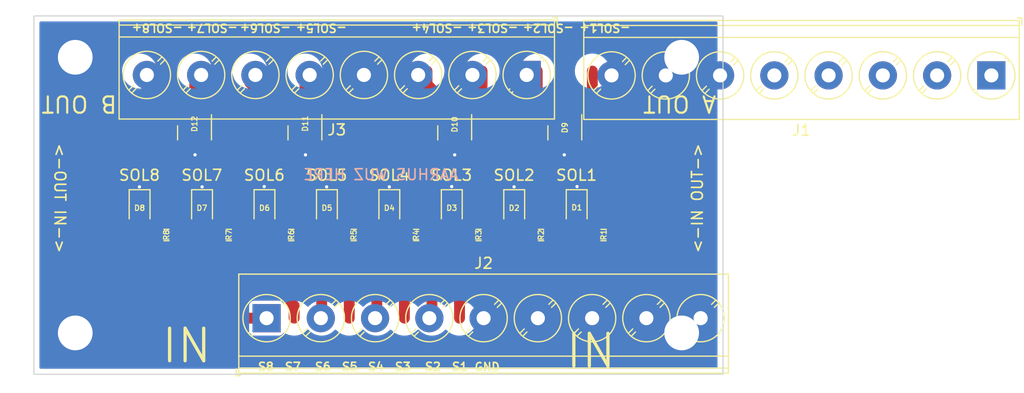
<source format=kicad_pcb>
(kicad_pcb (version 20221018) (generator pcbnew)
  (layers (0 "F.Cu" signal) (31 "B.Cu" power) (34 "B.Paste" user) (35 "F.Paste" user) (36 "B.SilkS" user "B.Silkscreen") (37 "F.SilkS" user "F.Silkscreen") (38 "B.Mask" user) (39 "F.Mask" user) (44 "Edge.Cuts" user))
  (net 0 "")
  (net 1 "POW IN A")
  (net 2 "Net-(D1-A)")
  (net 3 "POW IN B")
  (net 4 "POW IN C")
  (net 5 "Net-(D2-A)")
  (net 6 "POW IN D")
  (net 7 "Net-(D3-A)")
  (net 8 "POW IN E")
  (net 9 "Net-(D4-A)")
  (net 10 "Net-(D5-A)")
  (net 11 "POW IN F")
  (net 12 "POW IN G")
  (net 13 "POW IN H")
  (net 14 "Net-(D6-A)")
  (net 15 "Net-(D7-A)")
  (net 16 "Net-(D8-A)")
  (net 17 "GND")
  (footprint "LED_SMD:LED_0805_2012Metric" (layer "F.Cu") (at 75.414287 43.1 -90)
    (fp_text reference "D1" (at -0.04 -0.014 180) (layer "F.SilkS") (effects (font (size 0.5 0.5) (thickness 0.1))))
    (fp_text value "LED")
    (fp_line (start -1.685 -0.96) (end -1.685 0.96) (stroke (width 0.12)) (layer "F.SilkS"))
    (fp_line (start -1.685 0.96) (end 1 0.96) (stroke (width 0.12)) (layer "F.SilkS"))
    (fp_line (start 1 -0.96) (end -1.685 -0.96) (stroke (width 0.12)) (layer "F.SilkS"))
    (pad "1" smd roundrect (at -0.9375 0 270) (size 0.975 1.4) (layers "F.Cu" "F.Paste" "F.Mask") (net 17 "GND"))
    (pad "2" smd roundrect (at 0.9375 0 270) (size 0.975 1.4) (layers "F.Cu" "F.Paste" "F.Mask") (net 2 "Net-(D1-A)"))
  )
  (footprint "Resistor_SMD:R_0603_1608Metric" (layer "F.Cu") (at 72.135713 45.59)
    (fp_text reference "R2" (at -0.000001 0 90) (layer "F.SilkS") (effects (font (size 0.5 0.5) (thickness 0.1))))
    (fp_text value "2.9K")
    (fp_line (start -0.237258 -0.5225) (end 0.237258 -0.5225) (stroke (width 0.12)) (layer "F.SilkS"))
    (fp_line (start -0.237258 0.5225) (end 0.237258 0.5225) (stroke (width 0.12)) (layer "F.SilkS"))
    (pad "1" smd roundrect (at -0.825 0) (size 0.8 0.95) (layers "F.Cu" "F.Paste" "F.Mask") (net 5 "Net-(D2-A)"))
    (pad "2" smd roundrect (at 0.825 0) (size 0.8 0.95) (layers "F.Cu" "F.Paste" "F.Mask") (net 3 "POW IN B"))
  )
  (footprint "TerminalBlock_Phoenix:TerminalBlock_Phoenix_PT-1,5-9-5.0-H_1x09_P5.00mm_Horizontal" (layer "F.Cu") (at 46.84 53.25)
    (fp_text reference "J2" (at 20 -5.06) (layer "F.SilkS"))
    (fp_text value "POWER IN ")
    (fp_line (start -2.8 4.66) (end -2.8 5.3) (stroke (width 0.12)) (layer "F.SilkS"))
    (fp_line (start -2.8 5.3) (end -2.4 5.3) (stroke (width 0.12)) (layer "F.SilkS"))
    (fp_line (start -2.56 -4.06) (end -2.56 5.06) (stroke (width 0.12)) (layer "F.SilkS"))
    (fp_line (start -2.56 -4.06) (end 42.56 -4.06) (stroke (width 0.12)) (layer "F.SilkS"))
    (fp_line (start -2.56 3.5) (end 42.56 3.5) (stroke (width 0.12)) (layer "F.SilkS"))
    (fp_line (start -2.56 4.6) (end 42.56 4.6) (stroke (width 0.12)) (layer "F.SilkS"))
    (fp_line (start -2.56 5.06) (end 42.56 5.06) (stroke (width 0.12)) (layer "F.SilkS"))
    (fp_line (start -1.548 1.281) (end -1.654 1.388) (stroke (width 0.12)) (layer "F.SilkS"))
    (fp_line (start -1.282 1.547) (end -1.388 1.654) (stroke (width 0.12)) (layer "F.SilkS"))
    (fp_line (start 1.388 -1.654) (end 1.281 -1.547) (stroke (width 0.12)) (layer "F.SilkS"))
    (fp_line (start 1.654 -1.388) (end 1.547 -1.281) (stroke (width 0.12)) (layer "F.SilkS"))
    (fp_line (start 3.742 0.992) (end 3.347 1.388) (stroke (width 0.12)) (layer "F.SilkS"))
    (fp_line (start 3.993 1.274) (end 3.613 1.654) (stroke (width 0.12)) (layer "F.SilkS"))
    (fp_line (start 6.388 -1.654) (end 6.008 -1.274) (stroke (width 0.12)) (layer "F.SilkS"))
    (fp_line (start 6.654 -1.388) (end 6.259 -0.992) (stroke (width 0.12)) (layer "F.SilkS"))
    (fp_line (start 8.742 0.992) (end 8.347 1.388) (stroke (width 0.12)) (layer "F.SilkS"))
    (fp_line (start 8.993 1.274) (end 8.613 1.654) (stroke (width 0.12)) (layer "F.SilkS"))
    (fp_line (start 11.388 -1.654) (end 11.008 -1.274) (stroke (width 0.12)) (layer "F.SilkS"))
    (fp_line (start 11.654 -1.388) (end 11.259 -0.992) (stroke (width 0.12)) (layer "F.SilkS"))
    (fp_line (start 13.742 0.992) (end 13.347 1.388) (stroke (width 0.12)) (layer "F.SilkS"))
    (fp_line (start 13.993 1.274) (end 13.613 1.654) (stroke (width 0.12)) (layer "F.SilkS"))
    (fp_line (start 16.388 -1.654) (end 16.008 -1.274) (stroke (width 0.12)) (layer "F.SilkS"))
    (fp_line (start 16.654 -1.388) (end 16.259 -0.992) (stroke (width 0.12)) (layer "F.SilkS"))
    (fp_line (start 18.742 0.992) (end 18.347 1.388) (stroke (width 0.12)) (layer "F.SilkS"))
    (fp_line (start 18.993 1.274) (end 18.613 1.654) (stroke (width 0.12)) (layer "F.SilkS"))
    (fp_line (start 21.388 -1.654) (end 21.008 -1.274) (stroke (width 0.12)) (layer "F.SilkS"))
    (fp_line (start 21.654 -1.388) (end 21.259 -0.992) (stroke (width 0.12)) (layer "F.SilkS"))
    (fp_line (start 23.742 0.992) (end 23.347 1.388) (stroke (width 0.12)) (layer "F.SilkS"))
    (fp_line (start 23.993 1.274) (end 23.613 1.654) (stroke (width 0.12)) (layer "F.SilkS"))
    (fp_line (start 26.388 -1.654) (end 26.008 -1.274) (stroke (width 0.12)) (layer "F.SilkS"))
    (fp_line (start 26.654 -1.388) (end 26.259 -0.992) (stroke (width 0.12)) (layer "F.SilkS"))
    (fp_line (start 28.742 0.992) (end 28.347 1.388) (stroke (width 0.12)) (layer "F.SilkS"))
    (fp_line (start 28.993 1.274) (end 28.613 1.654) (stroke (width 0.12)) (layer "F.SilkS"))
    (fp_line (start 31.388 -1.654) (end 31.008 -1.274) (stroke (width 0.12)) (layer "F.SilkS"))
    (fp_line (start 31.654 -1.388) (end 31.259 -0.992) (stroke (width 0.12)) (layer "F.SilkS"))
    (fp_line (start 33.742 0.992) (end 33.347 1.388) (stroke (width 0.12)) (layer "F.SilkS"))
    (fp_line (start 33.993 1.274) (end 33.613 1.654) (stroke (width 0.12)) (layer "F.SilkS"))
    (fp_line (start 36.388 -1.654) (end 36.008 -1.274) (stroke (width 0.12)) (layer "F.SilkS"))
    (fp_line (start 36.654 -1.388) (end 36.259 -0.992) (stroke (width 0.12)) (layer "F.SilkS"))
    (fp_line (start 38.742 0.992) (end 38.347 1.388) (stroke (width 0.12)) (layer "F.SilkS"))
    (fp_line (start 38.993 1.274) (end 38.613 1.654) (stroke (width 0.12)) (layer "F.SilkS"))
    (fp_line (start 41.388 -1.654) (end 41.008 -1.274) (stroke (width 0.12)) (layer "F.SilkS"))
    (fp_line (start 41.654 -1.388) (end 41.259 -0.992) (stroke (width 0.12)) (layer "F.SilkS"))
    (fp_line (start 42.56 -4.06) (end 42.56 5.06) (stroke (width 0.12)) (layer "F.SilkS"))
    (fp_circle (center 0 0) (end 2.18 0) (stroke (width 0.12)) (fill none) (layer "F.SilkS"))
    (fp_circle (center 5 0) (end 7.18 0) (stroke (width 0.12)) (fill none) (layer "F.SilkS"))
    (fp_circle (center 10 0) (end 12.18 0) (stroke (width 0.12)) (fill none) (layer "F.SilkS"))
    (fp_circle (center 15 0) (end 17.18 0) (stroke (width 0.12)) (fill none) (layer "F.SilkS"))
    (fp_circle (center 20 0) (end 22.18 0) (stroke (width 0.12)) (fill none) (layer "F.SilkS"))
    (fp_circle (center 25 0) (end 27.18 0) (stroke (width 0.12)) (fill none) (layer "F.SilkS"))
    (fp_circle (center 30 0) (end 32.18 0) (stroke (width 0.12)) (fill none) (layer "F.SilkS"))
    (fp_circle (center 35 0) (end 37.18 0) (stroke (width 0.12)) (fill none) (layer "F.SilkS"))
    (fp_circle (center 40 0) (end 42.18 0) (stroke (width 0.12)) (fill none) (layer "F.SilkS"))
    (pad "1" thru_hole rect (at 0 0) (size 2.6 2.6) (drill 1.3) (layers "*.Cu" "*.Mask") (net 13 "POW IN H"))
    (pad "2" thru_hole circle (at 5 0) (size 2.6 2.6) (drill 1.3) (layers "*.Cu" "*.Mask") (net 12 "POW IN G"))
    (pad "3" thru_hole circle (at 10 0) (size 2.6 2.6) (drill 1.3) (layers "*.Cu" "*.Mask") (net 11 "POW IN F"))
    (pad "4" thru_hole circle (at 15 0) (size 2.6 2.6) (drill 1.3) (layers "*.Cu" "*.Mask") (net 8 "POW IN E"))
    (pad "5" thru_hole circle (at 20 0) (size 2.6 2.6) (drill 1.3) (layers "*.Cu" "*.Mask") (net 6 "POW IN D"))
    (pad "6" thru_hole circle (at 25 0) (size 2.6 2.6) (drill 1.3) (layers "*.Cu" "*.Mask") (net 4 "POW IN C"))
    (pad "7" thru_hole circle (at 30 0) (size 2.6 2.6) (drill 1.3) (layers "*.Cu" "*.Mask") (net 3 "POW IN B"))
    (pad "8" thru_hole circle (at 35 0) (size 2.6 2.6) (drill 1.3) (layers "*.Cu" "*.Mask") (net 1 "POW IN A"))
    (pad "9" thru_hole circle (at 40 0) (size 2.6 2.6) (drill 1.3) (layers "*.Cu" "*.Mask") (net 17 "GND"))
  )
  (footprint "MountingHole:MountingHole_3.2mm_M3_DIN965_Pad_TopBottom" (layer "F.Cu") (at 85.09 29.21)
    (fp_text reference "H3" hide)
    (fp_text value "MountingHole_Pad")
    (pad "1" thru_hole circle (at 0 0) (size 3.6 3.6) (drill 3.2) (layers "*.Cu" "*.Mask") (net 17 "GND"))
    (pad "1" connect circle (at 0 0) (size 5.6 5.6) (layers "F.Cu" "F.Mask") (net 17 "GND"))
    (pad "1" connect circle (at 0 0) (size 5.6 5.6) (layers "B.Cu" "B.Mask") (net 17 "GND"))
  )
  (footprint "Resistor_SMD:R_0603_1608Metric" (layer "F.Cu") (at 37.614287 45.59)
    (fp_text reference "R8" (at 0 0 90) (layer "F.SilkS") (effects (font (size 0.5 0.5) (thickness 0.1))))
    (fp_text value "2.9K")
    (fp_line (start -0.237258 -0.5225) (end 0.237258 -0.5225) (stroke (width 0.12)) (layer "F.SilkS"))
    (fp_line (start -0.237258 0.5225) (end 0.237258 0.5225) (stroke (width 0.12)) (layer "F.SilkS"))
    (pad "1" smd roundrect (at -0.825 0) (size 0.8 0.95) (layers "F.Cu" "F.Paste" "F.Mask") (net 16 "Net-(D8-A)"))
    (pad "2" smd roundrect (at 0.825 0) (size 0.8 0.95) (layers "F.Cu" "F.Paste" "F.Mask") (net 13 "POW IN H"))
  )
  (footprint "MountingHole:MountingHole_3.2mm_M3_DIN965_Pad_TopBottom" (layer "F.Cu") (at 29.21 29.21)
    (fp_text reference "H1" hide)
    (fp_text value "MountingHole_Pad")
    (pad "1" thru_hole circle locked (at 0 0) (size 3.6 3.6) (drill 3.2) (layers "*.Cu" "*.Mask") (net 17 "GND"))
    (pad "1" connect circle locked (at 0 0) (size 5.6 5.6) (layers "F.Cu" "F.Mask") (net 17 "GND"))
    (pad "1" connect circle locked (at 0 0) (size 5.6 5.6) (layers "B.Cu" "B.Mask") (net 17 "GND"))
  )
  (footprint "Resistor_SMD:R_0603_1608Metric" (layer "F.Cu") (at 66.382142 45.59)
    (fp_text reference "R3" (at 0 0 90) (layer "F.SilkS") (effects (font (size 0.5 0.5) (thickness 0.1))))
    (fp_text value "2.9K")
    (fp_line (start -0.237258 -0.5225) (end 0.237258 -0.5225) (stroke (width 0.12)) (layer "F.SilkS"))
    (fp_line (start -0.237258 0.5225) (end 0.237258 0.5225) (stroke (width 0.12)) (layer "F.SilkS"))
    (pad "1" smd roundrect (at -0.825 0) (size 0.8 0.95) (layers "F.Cu" "F.Paste" "F.Mask") (net 7 "Net-(D3-A)"))
    (pad "2" smd roundrect (at 0.825 0) (size 0.8 0.95) (layers "F.Cu" "F.Paste" "F.Mask") (net 4 "POW IN C"))
  )
  (footprint "Package_TO_SOT_SMD:SOT-23" (layer "F.Cu") (at 50.375 36.175 -90)
    (fp_text reference "D11" (at -0.85 -0.025 -90) (layer "F.SilkS") (effects (font (size 0.5 0.5) (thickness 0.1))))
    (fp_text value "MMBZxx")
    (fp_line (start 0 -1.56) (end -1.675 -1.56) (stroke (width 0.12)) (layer "F.SilkS"))
    (fp_line (start 0 -1.56) (end 0.65 -1.56) (stroke (width 0.12)) (layer "F.SilkS"))
    (fp_line (start 0 1.56) (end -0.65 1.56) (stroke (width 0.12)) (layer "F.SilkS"))
    (fp_line (start 0 1.56) (end 0.65 1.56) (stroke (width 0.12)) (layer "F.SilkS"))
    (pad "1" smd roundrect (at -0.9375 -0.95 270) (size 1.475 0.6) (layers "F.Cu" "F.Paste" "F.Mask") (net 8 "POW IN E"))
    (pad "2" smd roundrect (at -0.9375 0.95 270) (size 1.475 0.6) (layers "F.Cu" "F.Paste" "F.Mask") (net 11 "POW IN F"))
    (pad "3" smd roundrect (at 0.9375 0 270) (size 1.475 0.6) (layers "F.Cu" "F.Paste" "F.Mask") (net 17 "GND"))
  )
  (footprint "Resistor_SMD:R_0603_1608Metric" (layer "F.Cu") (at 49.121429 45.59)
    (fp_text reference "R6" (at 0 0 90) (layer "F.SilkS") (effects (font (size 0.5 0.5) (thickness 0.1))))
    (fp_text value "2.9K")
    (fp_line (start -0.237258 -0.5225) (end 0.237258 -0.5225) (stroke (width 0.12)) (layer "F.SilkS"))
    (fp_line (start -0.237258 0.5225) (end 0.237258 0.5225) (stroke (width 0.12)) (layer "F.SilkS"))
    (pad "1" smd roundrect (at -0.825 0) (size 0.8 0.95) (layers "F.Cu" "F.Paste" "F.Mask") (net 14 "Net-(D6-A)"))
    (pad "2" smd roundrect (at 0.825 0) (size 0.8 0.95) (layers "F.Cu" "F.Paste" "F.Mask") (net 11 "POW IN F"))
  )
  (footprint "Package_TO_SOT_SMD:SOT-23" (layer "F.Cu") (at 64.175 36.175 -90)
    (fp_text reference "D10" (at -0.775 0 -90) (layer "F.SilkS") (effects (font (size 0.5 0.5) (thickness 0.1))))
    (fp_text value "MMBZxx")
    (fp_line (start 0 -1.56) (end -1.675 -1.56) (stroke (width 0.12)) (layer "F.SilkS"))
    (fp_line (start 0 -1.56) (end 0.65 -1.56) (stroke (width 0.12)) (layer "F.SilkS"))
    (fp_line (start 0 1.56) (end -0.65 1.56) (stroke (width 0.12)) (layer "F.SilkS"))
    (fp_line (start 0 1.56) (end 0.65 1.56) (stroke (width 0.12)) (layer "F.SilkS"))
    (pad "1" smd roundrect (at -0.9375 -0.95 270) (size 1.475 0.6) (layers "F.Cu" "F.Paste" "F.Mask") (net 4 "POW IN C"))
    (pad "2" smd roundrect (at -0.9375 0.95 270) (size 1.475 0.6) (layers "F.Cu" "F.Paste" "F.Mask") (net 6 "POW IN D"))
    (pad "3" smd roundrect (at 0.9375 0 270) (size 1.475 0.6) (layers "F.Cu" "F.Paste" "F.Mask") (net 17 "GND"))
  )
  (footprint "LED_SMD:LED_0805_2012Metric" (layer "F.Cu") (at 69.660713 43.1 -90)
    (fp_text reference "D2" (at -0.000001 0.01 180) (layer "F.SilkS") (effects (font (size 0.5 0.5) (thickness 0.1))))
    (fp_text value "LED")
    (fp_line (start -1.685 -0.96) (end -1.685 0.96) (stroke (width 0.12)) (layer "F.SilkS"))
    (fp_line (start -1.685 0.96) (end 1 0.96) (stroke (width 0.12)) (layer "F.SilkS"))
    (fp_line (start 1 -0.96) (end -1.685 -0.96) (stroke (width 0.12)) (layer "F.SilkS"))
    (pad "1" smd roundrect (at -0.9375 0 270) (size 0.975 1.4) (layers "F.Cu" "F.Paste" "F.Mask") (net 17 "GND"))
    (pad "2" smd roundrect (at 0.9375 0 270) (size 0.975 1.4) (layers "F.Cu" "F.Paste" "F.Mask") (net 5 "Net-(D2-A)"))
  )
  (footprint "Resistor_SMD:R_0603_1608Metric" (layer "F.Cu") (at 54.875 45.59)
    (fp_text reference "R5" (at 0 0 90) (layer "F.SilkS") (effects (font (size 0.5 0.5) (thickness 0.1))))
    (fp_text value "2.9K")
    (fp_line (start -0.237258 -0.5225) (end 0.237258 -0.5225) (stroke (width 0.12)) (layer "F.SilkS"))
    (fp_line (start -0.237258 0.5225) (end 0.237258 0.5225) (stroke (width 0.12)) (layer "F.SilkS"))
    (pad "1" smd roundrect (at -0.825 0) (size 0.8 0.95) (layers "F.Cu" "F.Paste" "F.Mask") (net 10 "Net-(D5-A)"))
    (pad "2" smd roundrect (at 0.825 0) (size 0.8 0.95) (layers "F.Cu" "F.Paste" "F.Mask") (net 8 "POW IN E"))
  )
  (footprint "Package_TO_SOT_SMD:SOT-23" (layer "F.Cu") (at 40.2 36.175 -90)
    (fp_text reference "D12" (at -0.825 0 -90) (layer "F.SilkS") (effects (font (size 0.5 0.5) (thickness 0.1))))
    (fp_text value "MMBZxx")
    (fp_line (start 0 -1.56) (end -1.675 -1.56) (stroke (width 0.12)) (layer "F.SilkS"))
    (fp_line (start 0 -1.56) (end 0.65 -1.56) (stroke (width 0.12)) (layer "F.SilkS"))
    (fp_line (start 0 1.56) (end -0.65 1.56) (stroke (width 0.12)) (layer "F.SilkS"))
    (fp_line (start 0 1.56) (end 0.65 1.56) (stroke (width 0.12)) (layer "F.SilkS"))
    (pad "1" smd roundrect (at -0.9375 -0.95 270) (size 1.475 0.6) (layers "F.Cu" "F.Paste" "F.Mask") (net 12 "POW IN G"))
    (pad "2" smd roundrect (at -0.9375 0.95 270) (size 1.475 0.6) (layers "F.Cu" "F.Paste" "F.Mask") (net 13 "POW IN H"))
    (pad "3" smd roundrect (at 0.9375 0 270) (size 1.475 0.6) (layers "F.Cu" "F.Paste" "F.Mask") (net 17 "GND"))
  )
  (footprint "LED_SMD:LED_0805_2012Metric" (layer "F.Cu") (at 63.907142 43.1 -90)
    (fp_text reference "D3" (at -0.0025 0 180) (layer "F.SilkS") (effects (font (size 0.5 0.5) (thickness 0.1))))
    (fp_text value "LED")
    (fp_line (start -1.685 -0.96) (end -1.685 0.96) (stroke (width 0.12)) (layer "F.SilkS"))
    (fp_line (start -1.685 0.96) (end 1 0.96) (stroke (width 0.12)) (layer "F.SilkS"))
    (fp_line (start 1 -0.96) (end -1.685 -0.96) (stroke (width 0.12)) (layer "F.SilkS"))
    (pad "1" smd roundrect (at -0.9375 0 270) (size 0.975 1.4) (layers "F.Cu" "F.Paste" "F.Mask") (net 17 "GND"))
    (pad "2" smd roundrect (at 0.9375 0 270) (size 0.975 1.4) (layers "F.Cu" "F.Paste" "F.Mask") (net 7 "Net-(D3-A)"))
  )
  (footprint "LED_SMD:LED_0805_2012Metric" (layer "F.Cu") (at 46.646429 43.1 -90)
    (fp_text reference "D6" (at 0 0 180) (layer "F.SilkS") (effects (font (size 0.5 0.5) (thickness 0.1))))
    (fp_text value "LED")
    (fp_line (start -1.685 -0.96) (end -1.685 0.96) (stroke (width 0.12)) (layer "F.SilkS"))
    (fp_line (start -1.685 0.96) (end 1 0.96) (stroke (width 0.12)) (layer "F.SilkS"))
    (fp_line (start 1 -0.96) (end -1.685 -0.96) (stroke (width 0.12)) (layer "F.SilkS"))
    (pad "1" smd roundrect (at -0.9375 0 270) (size 0.975 1.4) (layers "F.Cu" "F.Paste" "F.Mask") (net 17 "GND"))
    (pad "2" smd roundrect (at 0.9375 0 270) (size 0.975 1.4) (layers "F.Cu" "F.Paste" "F.Mask") (net 14 "Net-(D6-A)"))
  )
  (footprint "TerminalBlock_Phoenix:TerminalBlock_Phoenix_PT-1,5-8-5.0-H_1x08_P5.00mm_Horizontal" (layer "F.Cu") (at 113.63 30.88 180)
    (fp_text reference "J1" (at 17.5 -5.06 180) (layer "F.SilkS"))
    (fp_text value "OUT CHAN A")
    (fp_line (start -2.8 4.66) (end -2.8 5.3) (stroke (width 0.12)) (layer "F.SilkS"))
    (fp_line (start -2.8 5.3) (end -2.4 5.3) (stroke (width 0.12)) (layer "F.SilkS"))
    (fp_line (start -2.56 -4.06) (end -2.56 5.06) (stroke (width 0.12)) (layer "F.SilkS"))
    (fp_line (start -2.56 -4.06) (end 37.56 -4.06) (stroke (width 0.12)) (layer "F.SilkS"))
    (fp_line (start -2.56 3.5) (end 37.56 3.5) (stroke (width 0.12)) (layer "F.SilkS"))
    (fp_line (start -2.56 4.6) (end 37.56 4.6) (stroke (width 0.12)) (layer "F.SilkS"))
    (fp_line (start -2.56 5.06) (end 37.56 5.06) (stroke (width 0.12)) (layer "F.SilkS"))
    (fp_line (start -1.548 1.281) (end -1.654 1.388) (stroke (width 0.12)) (layer "F.SilkS"))
    (fp_line (start -1.282 1.547) (end -1.388 1.654) (stroke (width 0.12)) (layer "F.SilkS"))
    (fp_line (start 1.388 -1.654) (end 1.281 -1.547) (stroke (width 0.12)) (layer "F.SilkS"))
    (fp_line (start 1.654 -1.388) (end 1.547 -1.281) (stroke (width 0.12)) (layer "F.SilkS"))
    (fp_line (start 3.742 0.992) (end 3.347 1.388) (stroke (width 0.12)) (layer "F.SilkS"))
    (fp_line (start 3.993 1.274) (end 3.613 1.654) (stroke (width 0.12)) (layer "F.SilkS"))
    (fp_line (start 6.388 -1.654) (end 6.008 -1.274) (stroke (width 0.12)) (layer "F.SilkS"))
    (fp_line (start 6.654 -1.388) (end 6.259 -0.992) (stroke (width 0.12)) (layer "F.SilkS"))
    (fp_line (start 8.742 0.992) (end 8.347 1.388) (stroke (width 0.12)) (layer "F.SilkS"))
    (fp_line (start 8.993 1.274) (end 8.613 1.654) (stroke (width 0.12)) (layer "F.SilkS"))
    (fp_line (start 11.388 -1.654) (end 11.008 -1.274) (stroke (width 0.12)) (layer "F.SilkS"))
    (fp_line (start 11.654 -1.388) (end 11.259 -0.992) (stroke (width 0.12)) (layer "F.SilkS"))
    (fp_line (start 13.742 0.992) (end 13.347 1.388) (stroke (width 0.12)) (layer "F.SilkS"))
    (fp_line (start 13.993 1.274) (end 13.613 1.654) (stroke (width 0.12)) (layer "F.SilkS"))
    (fp_line (start 16.388 -1.654) (end 16.008 -1.274) (stroke (width 0.12)) (layer "F.SilkS"))
    (fp_line (start 16.654 -1.388) (end 16.259 -0.992) (stroke (width 0.12)) (layer "F.SilkS"))
    (fp_line (start 18.742 0.992) (end 18.347 1.388) (stroke (width 0.12)) (layer "F.SilkS"))
    (fp_line (start 18.993 1.274) (end 18.613 1.654) (stroke (width 0.12)) (layer "F.SilkS"))
    (fp_line (start 21.388 -1.654) (end 21.008 -1.274) (stroke (width 0.12)) (layer "F.SilkS"))
    (fp_line (start 21.654 -1.388) (end 21.259 -0.992) (stroke (width 0.12)) (layer "F.SilkS"))
    (fp_line (start 23.742 0.992) (end 23.347 1.388) (stroke (width 0.12)) (layer "F.SilkS"))
    (fp_line (start 23.993 1.274) (end 23.613 1.654) (stroke (width 0.12)) (layer "F.SilkS"))
    (fp_line (start 26.388 -1.654) (end 26.008 -1.274) (stroke (width 0.12)) (layer "F.SilkS"))
    (fp_line (start 26.654 -1.388) (end 26.259 -0.992) (stroke (width 0.12)) (layer "F.SilkS"))
    (fp_line (start 28.742 0.992) (end 28.347 1.388) (stroke (width 0.12)) (layer "F.SilkS"))
    (fp_line (start 28.993 1.274) (end 28.613 1.654) (stroke (width 0.12)) (layer "F.SilkS"))
    (fp_line (start 31.388 -1.654) (end 31.008 -1.274) (stroke (width 0.12)) (layer "F.SilkS"))
    (fp_line (start 31.654 -1.388) (end 31.259 -0.992) (stroke (width 0.12)) (layer "F.SilkS"))
    (fp_line (start 33.742 0.992) (end 33.347 1.388) (stroke (width 0.12)) (layer "F.SilkS"))
    (fp_line (start 33.993 1.274) (end 33.613 1.654) (stroke (width 0.12)) (layer "F.SilkS"))
    (fp_line (start 36.388 -1.654) (end 36.008 -1.274) (stroke (width 0.12)) (layer "F.SilkS"))
    (fp_line (start 36.654 -1.388) (end 36.259 -0.992) (stroke (width 0.12)) (layer "F.SilkS"))
    (fp_line (start 37.56 -4.06) (end 37.56 5.06) (stroke (width 0.12)) (layer "F.SilkS"))
    (fp_circle (center 0 0) (end 2.18 0) (stroke (width 0.12)) (fill none) (layer "F.SilkS"))
    (fp_circle (center 5 0) (end 7.18 0) (stroke (width 0.12)) (fill none) (layer "F.SilkS"))
    (fp_circle (center 10 0) (end 12.18 0) (stroke (width 0.12)) (fill none) (layer "F.SilkS"))
    (fp_circle (center 15 0) (end 17.18 0) (stroke (width 0.12)) (fill none) (layer "F.SilkS"))
    (fp_circle (center 20 0) (end 22.18 0) (stroke (width 0.12)) (fill none) (layer "F.SilkS"))
    (fp_circle (center 25 0) (end 27.18 0) (stroke (width 0.12)) (fill none) (layer "F.SilkS"))
    (fp_circle (center 30 0) (end 32.18 0) (stroke (width 0.12)) (fill none) (layer "F.SilkS"))
    (fp_circle (center 35 0) (end 37.18 0) (stroke (width 0.12)) (fill none) (layer "F.SilkS"))
    (pad "1" thru_hole rect (at 0 0 180) (size 2.6 2.6) (drill 1.3) (layers "*.Cu" "*.Mask") (net 17 "GND"))
    (pad "2" thru_hole circle (at 5 0 180) (size 2.6 2.6) (drill 1.3) (layers "*.Cu" "*.Mask") (net 1 "POW IN A"))
    (pad "3" thru_hole circle (at 10 0 180) (size 2.6 2.6) (drill 1.3) (layers "*.Cu" "*.Mask") (net 17 "GND"))
    (pad "4" thru_hole circle (at 15 0 180) (size 2.6 2.6) (drill 1.3) (layers "*.Cu" "*.Mask") (net 3 "POW IN B"))
    (pad "5" thru_hole circle (at 20 0 180) (size 2.6 2.6) (drill 1.3) (layers "*.Cu" "*.Mask") (net 17 "GND"))
    (pad "6" thru_hole circle (at 25 0 180) (size 2.6 2.6) (drill 1.3) (layers "*.Cu" "*.Mask") (net 4 "POW IN C"))
    (pad "7" thru_hole circle (at 30 0 180) (size 2.6 2.6) (drill 1.3) (layers "*.Cu" "*.Mask") (net 17 "GND"))
    (pad "8" thru_hole circle (at 35 0 180) (size 2.6 2.6) (drill 1.3) (layers "*.Cu" "*.Mask") (net 6 "POW IN D"))
  )
  (footprint "Resistor_SMD:R_0603_1608Metric" (layer "F.Cu") (at 77.889287 45.59)
    (fp_text reference "R1" (at 0.02 -0.014 90) (layer "F.SilkS") (effects (font (size 0.5 0.5) (thickness 0.1))))
    (fp_text value "2.9K")
    (fp_line (start -0.237258 -0.5225) (end 0.237258 -0.5225) (stroke (width 0.12)) (layer "F.SilkS"))
    (fp_line (start -0.237258 0.5225) (end 0.237258 0.5225) (stroke (width 0.12)) (layer "F.SilkS"))
    (pad "1" smd roundrect (at -0.825 0) (size 0.8 0.95) (layers "F.Cu" "F.Paste" "F.Mask") (net 2 "Net-(D1-A)"))
    (pad "2" smd roundrect (at 0.825 0) (size 0.8 0.95) (layers "F.Cu" "F.Paste" "F.Mask") (net 1 "POW IN A"))
  )
  (footprint "Package_TO_SOT_SMD:SOT-23" (layer "F.Cu") (at 74.325 36.175 -90)
    (fp_text reference "D9" (at -0.475 0 -90) (layer "F.SilkS") (effects (font (size 0.5 0.5) (thickness 0.1))))
    (fp_text value "MMBZxx")
    (fp_line (start 0 -1.56) (end -1.675 -1.56) (stroke (width 0.12)) (layer "F.SilkS"))
    (fp_line (start 0 -1.56) (end 0.65 -1.56) (stroke (width 0.12)) (layer "F.SilkS"))
    (fp_line (start 0 1.56) (end -0.65 1.56) (stroke (width 0.12)) (layer "F.SilkS"))
    (fp_line (start 0 1.56) (end 0.65 1.56) (stroke (width 0.12)) (layer "F.SilkS"))
    (pad "1" smd roundrect (at -0.9375 -0.95 270) (size 1.475 0.6) (layers "F.Cu" "F.Paste" "F.Mask") (net 1 "POW IN A"))
    (pad "2" smd roundrect (at -0.9375 0.95 270) (size 1.475 0.6) (layers "F.Cu" "F.Paste" "F.Mask") (net 3 "POW IN B"))
    (pad "3" smd roundrect (at 0.9375 0 270) (size 1.475 0.6) (layers "F.Cu" "F.Paste" "F.Mask") (net 17 "GND"))
  )
  (footprint "Resistor_SMD:R_0603_1608Metric" (layer "F.Cu") (at 60.628571 45.59)
    (fp_text reference "R4" (at 0 0.02 90) (layer "F.SilkS") (effects (font (size 0.5 0.5) (thickness 0.1))))
    (fp_text value "2.9K")
    (fp_line (start -0.237258 -0.5225) (end 0.237258 -0.5225) (stroke (width 0.12)) (layer "F.SilkS"))
    (fp_line (start -0.237258 0.5225) (end 0.237258 0.5225) (stroke (width 0.12)) (layer "F.SilkS"))
    (pad "1" smd roundrect (at -0.825 0) (size 0.8 0.95) (layers "F.Cu" "F.Paste" "F.Mask") (net 9 "Net-(D4-A)"))
    (pad "2" smd roundrect (at 0.825 0) (size 0.8 0.95) (layers "F.Cu" "F.Paste" "F.Mask") (net 6 "POW IN D"))
  )
  (footprint "MountingHole:MountingHole_3.2mm_M3_DIN965_Pad_TopBottom" (layer "F.Cu") (at 29.21 54.61)
    (fp_text reference "H2" hide)
    (fp_text value "MountingHole_Pad")
    (pad "1" thru_hole circle (at 0 0) (size 3.6 3.6) (drill 3.2) (layers "*.Cu" "*.Mask") (net 17 "GND"))
    (pad "1" connect circle (at 0 0) (size 5.6 5.6) (layers "F.Cu" "F.Mask") (net 17 "GND"))
    (pad "1" connect circle (at 0 0) (size 5.6 5.6) (layers "B.Cu" "B.Mask") (net 17 "GND"))
  )
  (footprint "LED_SMD:LED_0805_2012Metric" (layer "F.Cu") (at 35.139287 43.1 -90)
    (fp_text reference "D8" (at 0 0 180) (layer "F.SilkS") (effects (font (size 0.5 0.5) (thickness 0.1))))
    (fp_text value "LED")
    (fp_line (start -1.685 -0.96) (end -1.685 0.96) (stroke (width 0.12)) (layer "F.SilkS"))
    (fp_line (start -1.685 0.96) (end 1 0.96) (stroke (width 0.12)) (layer "F.SilkS"))
    (fp_line (start 1 -0.96) (end -1.685 -0.96) (stroke (width 0.12)) (layer "F.SilkS"))
    (pad "1" smd roundrect (at -0.9375 0 270) (size 0.975 1.4) (layers "F.Cu" "F.Paste" "F.Mask") (net 17 "GND"))
    (pad "2" smd roundrect (at 0.9375 0 270) (size 0.975 1.4) (layers "F.Cu" "F.Paste" "F.Mask") (net 16 "Net-(D8-A)"))
  )
  (footprint "LED_SMD:LED_0805_2012Metric" (layer "F.Cu") (at 58.153571 43.1 -90)
    (fp_text reference "D4" (at 0 0 180) (layer "F.SilkS") (effects (font (size 0.5 0.5) (thickness 0.1))))
    (fp_text value "LED")
    (fp_line (start -1.685 -0.96) (end -1.685 0.96) (stroke (width 0.12)) (layer "F.SilkS"))
    (fp_line (start -1.685 0.96) (end 1 0.96) (stroke (width 0.12)) (layer "F.SilkS"))
    (fp_line (start 1 -0.96) (end -1.685 -0.96) (stroke (width 0.12)) (layer "F.SilkS"))
    (pad "1" smd roundrect (at -0.9375 0 270) (size 0.975 1.4) (layers "F.Cu" "F.Paste" "F.Mask") (net 17 "GND"))
    (pad "2" smd roundrect (at 0.9375 0 270) (size 0.975 1.4) (layers "F.Cu" "F.Paste" "F.Mask") (net 9 "Net-(D4-A)"))
  )
  (footprint "LED_SMD:LED_0805_2012Metric" (layer "F.Cu") (at 52.4 43.1 -90)
    (fp_text reference "D5" (at -0.005 0 180) (layer "F.SilkS") (effects (font (size 0.5 0.5) (thickness 0.1))))
    (fp_text value "LED")
    (fp_line (start -1.685 -0.96) (end -1.685 0.96) (stroke (width 0.12)) (layer "F.SilkS"))
    (fp_line (start -1.685 0.96) (end 1 0.96) (stroke (width 0.12)) (layer "F.SilkS"))
    (fp_line (start 1 -0.96) (end -1.685 -0.96) (stroke (width 0.12)) (layer "F.SilkS"))
    (pad "1" smd roundrect (at -0.9375 0 270) (size 0.975 1.4) (layers "F.Cu" "F.Paste" "F.Mask") (net 17 "GND"))
    (pad "2" smd roundrect (at 0.9375 0 270) (size 0.975 1.4) (layers "F.Cu" "F.Paste" "F.Mask") (net 10 "Net-(D5-A)"))
  )
  (footprint "MountingHole:MountingHole_3.2mm_M3_DIN965_Pad_TopBottom" (layer "F.Cu") (at 85.09 54.61)
    (fp_text reference "H4" hide)
    (fp_text value "MountingHole_Pad")
    (pad "1" thru_hole circle (at 0 0) (size 3.6 3.6) (drill 3.2) (layers "*.Cu" "*.Mask") (net 17 "GND"))
    (pad "1" connect circle (at 0 0) (size 5.6 5.6) (layers "F.Cu" "F.Mask") (net 17 "GND"))
    (pad "1" connect circle (at 0 0) (size 5.6 5.6) (layers "B.Cu" "B.Mask") (net 17 "GND"))
  )
  (footprint "Resistor_SMD:R_0603_1608Metric" (layer "F.Cu") (at 43.367858 45.59)
    (fp_text reference "R7" (at 0.000001 0 90) (layer "F.SilkS") (effects (font (size 0.5 0.5) (thickness 0.1))))
    (fp_text value "2.9K")
    (fp_line (start -0.237258 -0.5225) (end 0.237258 -0.5225) (stroke (width 0.12)) (layer "F.SilkS"))
    (fp_line (start -0.237258 0.5225) (end 0.237258 0.5225) (stroke (width 0.12)) (layer "F.SilkS"))
    (pad "1" smd roundrect (at -0.825 0) (size 0.8 0.95) (layers "F.Cu" "F.Paste" "F.Mask") (net 15 "Net-(D7-A)"))
    (pad "2" smd roundrect (at 0.825 0) (size 0.8 0.95) (layers "F.Cu" "F.Paste" "F.Mask") (net 12 "POW IN G"))
  )
  (footprint "LED_SMD:LED_0805_2012Metric" (layer "F.Cu") (at 40.892858 43.1 -90)
    (fp_text reference "D7" (at 0.000001 0.01 180) (layer "F.SilkS") (effects (font (size 0.5 0.5) (thickness 0.1))))
    (fp_text value "LED")
    (fp_line (start -1.685 -0.96) (end -1.685 0.96) (stroke (width 0.12)) (layer "F.SilkS"))
    (fp_line (start -1.685 0.96) (end 1 0.96) (stroke (width 0.12)) (layer "F.SilkS"))
    (fp_line (start 1 -0.96) (end -1.685 -0.96) (stroke (width 0.12)) (layer "F.SilkS"))
    (pad "1" smd roundrect (at -0.9375 0 270) (size 0.975 1.4) (layers "F.Cu" "F.Paste" "F.Mask") (net 17 "GND"))
    (pad "2" smd roundrect (at 0.9375 0 270) (size 0.975 1.4) (layers "F.Cu" "F.Paste" "F.Mask") (net 15 "Net-(D7-A)"))
  )
  (footprint "TerminalBlock_Phoenix:TerminalBlock_Phoenix_PT-1,5-8-5.0-H_1x08_P5.00mm_Horizontal" (layer "F.Cu") (at 70.81 30.84 180)
    (fp_text reference "J3" (at 17.5 -5.06 180) (layer "F.SilkS"))
    (fp_text value "OUT CHAN B")
    (fp_line (start -2.8 4.66) (end -2.8 5.3) (stroke (width 0.12)) (layer "F.SilkS"))
    (fp_line (start -2.8 5.3) (end -2.4 5.3) (stroke (width 0.12)) (layer "F.SilkS"))
    (fp_line (start -2.56 -4.06) (end -2.56 5.06) (stroke (width 0.12)) (layer "F.SilkS"))
    (fp_line (start -2.56 -4.06) (end 37.56 -4.06) (stroke (width 0.12)) (layer "F.SilkS"))
    (fp_line (start -2.56 3.5) (end 37.56 3.5) (stroke (width 0.12)) (layer "F.SilkS"))
    (fp_line (start -2.56 4.6) (end 37.56 4.6) (stroke (width 0.12)) (layer "F.SilkS"))
    (fp_line (start -2.56 5.06) (end 37.56 5.06) (stroke (width 0.12)) (layer "F.SilkS"))
    (fp_line (start -1.548 1.281) (end -1.654 1.388) (stroke (width 0.12)) (layer "F.SilkS"))
    (fp_line (start -1.282 1.547) (end -1.388 1.654) (stroke (width 0.12)) (layer "F.SilkS"))
    (fp_line (start 1.388 -1.654) (end 1.281 -1.547) (stroke (width 0.12)) (layer "F.SilkS"))
    (fp_line (start 1.654 -1.388) (end 1.547 -1.281) (stroke (width 0.12)) (layer "F.SilkS"))
    (fp_line (start 3.742 0.992) (end 3.347 1.388) (stroke (width 0.12)) (layer "F.SilkS"))
    (fp_line (start 3.993 1.274) (end 3.613 1.654) (stroke (width 0.12)) (layer "F.SilkS"))
    (fp_line (start 6.388 -1.654) (end 6.008 -1.274) (stroke (width 0.12)) (layer "F.SilkS"))
    (fp_line (start 6.654 -1.388) (end 6.259 -0.992) (stroke (width 0.12)) (layer "F.SilkS"))
    (fp_line (start 8.742 0.992) (end 8.347 1.388) (stroke (width 0.12)) (layer "F.SilkS"))
    (fp_line (start 8.993 1.274) (end 8.613 1.654) (stroke (width 0.12)) (layer "F.SilkS"))
    (fp_line (start 11.388 -1.654) (end 11.008 -1.274) (stroke (width 0.12)) (layer "F.SilkS"))
    (fp_line (start 11.654 -1.388) (end 11.259 -0.992) (stroke (width 0.12)) (layer "F.SilkS"))
    (fp_line (start 13.742 0.992) (end 13.347 1.388) (stroke (width 0.12)) (layer "F.SilkS"))
    (fp_line (start 13.993 1.274) (end 13.613 1.654) (stroke (width 0.12)) (layer "F.SilkS"))
    (fp_line (start 16.388 -1.654) (end 16.008 -1.274) (stroke (width 0.12)) (layer "F.SilkS"))
    (fp_line (start 16.654 -1.388) (end 16.259 -0.992) (stroke (width 0.12)) (layer "F.SilkS"))
    (fp_line (start 18.742 0.992) (end 18.347 1.388) (stroke (width 0.12)) (layer "F.SilkS"))
    (fp_line (start 18.993 1.274) (end 18.613 1.654) (stroke (width 0.12)) (layer "F.SilkS"))
    (fp_line (start 21.388 -1.654) (end 21.008 -1.274) (stroke (width 0.12)) (layer "F.SilkS"))
    (fp_line (start 21.654 -1.388) (end 21.259 -0.992) (stroke (width 0.12)) (layer "F.SilkS"))
    (fp_line (start 23.742 0.992) (end 23.347 1.388) (stroke (width 0.12)) (layer "F.SilkS"))
    (fp_line (start 23.993 1.274) (end 23.613 1.654) (stroke (width 0.12)) (layer "F.SilkS"))
    (fp_line (start 26.388 -1.654) (end 26.008 -1.274) (stroke (width 0.12)) (layer "F.SilkS"))
    (fp_line (start 26.654 -1.388) (end 26.259 -0.992) (stroke (width 0.12)) (layer "F.SilkS"))
    (fp_line (start 28.742 0.992) (end 28.347 1.388) (stroke (width 0.12)) (layer "F.SilkS"))
    (fp_line (start 28.993 1.274) (end 28.613 1.654) (stroke (width 0.12)) (layer "F.SilkS"))
    (fp_line (start 31.388 -1.654) (end 31.008 -1.274) (stroke (width 0.12)) (layer "F.SilkS"))
    (fp_line (start 31.654 -1.388) (end 31.259 -0.992) (stroke (width 0.12)) (layer "F.SilkS"))
    (fp_line (start 33.742 0.992) (end 33.347 1.388) (stroke (width 0.12)) (layer "F.SilkS"))
    (fp_line (start 33.993 1.274) (end 33.613 1.654) (stroke (width 0.12)) (layer "F.SilkS"))
    (fp_line (start 36.388 -1.654) (end 36.008 -1.274) (stroke (width 0.12)) (layer "F.SilkS"))
    (fp_line (start 36.654 -1.388) (end 36.259 -0.992) (stroke (width 0.12)) (layer "F.SilkS"))
    (fp_line (start 37.56 -4.06) (end 37.56 5.06) (stroke (width 0.12)) (layer "F.SilkS"))
    (fp_circle (center 0 0) (end 2.18 0) (stroke (width 0.12)) (fill none) (layer "F.SilkS"))
    (fp_circle (center 5 0) (end 7.18 0) (stroke (width 0.12)) (fill none) (layer "F.SilkS"))
    (fp_circle (center 10 0) (end 12.18 0) (stroke (width 0.12)) (fill none) (layer "F.SilkS"))
    (fp_circle (center 15 0) (end 17.18 0) (stroke (width 0.12)) (fill none) (layer "F.SilkS"))
    (fp_circle (center 20 0) (end 22.18 0) (stroke (width 0.12)) (fill none) (layer "F.SilkS"))
    (fp_circle (center 25 0) (end 27.18 0) (stroke (width 0.12)) (fill none) (layer "F.SilkS"))
    (fp_circle (center 30 0) (end 32.18 0) (stroke (width 0.12)) (fill none) (layer "F.SilkS"))
    (fp_circle (center 35 0) (end 37.18 0) (stroke (width 0.12)) (fill none) (layer "F.SilkS"))
    (pad "1" thru_hole rect (at 0 0 180) (size 2.6 2.6) (drill 1.3) (layers "*.Cu" "*.Mask") (net 17 "GND"))
    (pad "2" thru_hole circle (at 5 0 180) (size 2.6 2.6) (drill 1.3) (layers "*.Cu" "*.Mask") (net 8 "POW IN E"))
    (pad "3" thru_hole circle (at 10 0 180) (size 2.6 2.6) (drill 1.3) (layers "*.Cu" "*.Mask") (net 17 "GND"))
    (pad "4" thru_hole circle (at 15 0 180) (size 2.6 2.6) (drill 1.3) (layers "*.Cu" "*.Mask") (net 11 "POW IN F"))
    (pad "5" thru_hole circle (at 20 0 180) (size 2.6 2.6) (drill 1.3) (layers "*.Cu" "*.Mask") (net 17 "GND"))
    (pad "6" thru_hole circle (at 25 0 180) (size 2.6 2.6) (drill 1.3) (layers "*.Cu" "*.Mask") (net 12 "POW IN G"))
    (pad "7" thru_hole circle (at 30 0 180) (size 2.6 2.6) (drill 1.3) (layers "*.Cu" "*.Mask") (net 17 "GND"))
    (pad "8" thru_hole circle (at 35 0 180) (size 2.6 2.6) (drill 1.3) (layers "*.Cu" "*.Mask") (net 13 "POW IN H"))
  )
  (gr_rect (start 25.4 25.4) (end 88.9 58.42) (stroke (width 0.1)) (fill none) (layer "Edge.Cuts"))
  (gr_text "AARHUS WUZ HERE" (at 57.375 40.025) (layer "B.SilkS") (effects (font (size 1 1)) (justify mirror)))
  (gr_text "S7" (at 49.26 57.725) (layer "F.SilkS") (effects (font (size 0.75 0.75))))
  (gr_text "<-IN OUT->" (at 86.538 42.2 90) (layer "F.SilkS") (effects (font (size 1 1))))
  (gr_text "SOL2" (at 69.646426 40.075) (layer "F.SilkS") (effects (font (size 1 1))))
  (gr_text "SOL5" (at 52.385713 40.075) (layer "F.SilkS") (effects (font (size 1 1))))
  (gr_text "SOL1" (at 75.4 40.075) (layer "F.SilkS") (effects (font (size 1 1))))
  (gr_text "S8" (at 46.78 57.725) (layer "F.SilkS") (effects (font (size 0.75 0.75))))
  (gr_text "-SOL6+" (at 46.72 26.5064 180) (layer "F.SilkS") (effects (font (size 0.75 0.75))))
  (gr_text "GND" (at 67.17 57.745) (layer "F.SilkS") (effects (font (size 0.75 0.75))))
  (gr_text "S4" (at 56.92 57.725) (layer "F.SilkS") (effects (font (size 0.75 0.75))))
  (gr_text "S5" (at 54.51 57.725) (layer "F.SilkS") (effects (font (size 0.75 0.75))))
  (gr_text "-SOL7+" (at 41.83 26.5064 180) (layer "F.SilkS") (effects (font (size 0.75 0.75))))
  (gr_text "-SOL1+" (at 78.0104 26.5064 180) (layer "F.SilkS") (effects (font (size 0.75 0.75))))
  (gr_text "<-OUT IN->" (at 27.8 42.2 270) (layer "F.SilkS") (effects (font (size 1 1))))
  (gr_text "S3" (at 59.4 57.725) (layer "F.SilkS") (effects (font (size 0.75 0.75))))
  (gr_text "B OUT\n" (at 29.575 33.5 180) (layer "F.SilkS") (effects (font (size 1.5 1.5) (thickness 0.2))))
  (gr_text "SOL8" (at 35.125 40.075) (layer "F.SilkS") (effects (font (size 1 1))))
  (gr_text "-SOL8+" (at 36.77 26.5064 180) (layer "F.SilkS") (effects (font (size 0.75 0.75))))
  (gr_text "SOL7" (at 40.878571 40.075) (layer "F.SilkS") (effects (font (size 1 1))))
  (gr_text "S2" (at 62.17 57.725) (layer "F.SilkS") (effects (font (size 0.75 0.75))))
  (gr_text "IN" (at 76.725 56.275) (layer "F.SilkS") (effects (font (size 3 3) (thickness 0.3))))
  (gr_text "S6" (at 52.03 57.725) (layer "F.SilkS") (effects (font (size 0.75 0.75))))
  (gr_text "SOL3" (at 63.892855 40.075) (layer "F.SilkS") (effects (font (size 1 1))))
  (gr_text "-SOL2+" (at 72.8004 26.5064 180) (layer "F.SilkS") (effects (font (size 0.75 0.75))))
  (gr_text "-SOL4+" (at 62.5504 26.5064 180) (layer "F.SilkS") (effects (font (size 0.75 0.75))))
  (gr_text "SOL6\n" (at 46.632142 40.075) (layer "F.SilkS") (effects (font (size 1 1))))
  (gr_text "SOL4" (at 58.139284 40.075) (layer "F.SilkS") (effects (font (size 1 1))))
  (gr_text "IN" (at 39.475 55.8) (layer "F.SilkS") (effects (font (size 3 3) (thickness 0.3))))
  (gr_text "-SOL5+" (at 51.88 26.5064 180) (layer "F.SilkS") (effects (font (size 0.75 0.75))))
  (gr_text "S1" (at 64.65 57.725) (layer "F.SilkS") (effects (font (size 0.75 0.75))))
  (gr_text "A OUT\n" (at 84.9 33.5 180) (layer "F.SilkS") (effects (font (size 1.5 1.5) (thickness 0.2))))
  (gr_text "-SOL3+" (at 67.6704 26.5064 180) (layer "F.SilkS") (effects (font (size 0.75 0.75))))
  (segment (start 78.714287 45.59) (end 78.714287 41.489287) (width 1) (layer "F.Cu") (net 1))
  (segment (start 75.325 35.2875) (end 75.275 35.2375) (width 1) (layer "F.Cu") (net 1))
  (segment (start 75.275 34.075) (end 75.275 35.2375) (width 1) (layer "F.Cu") (net 1))
  (segment (start 75.325 38.1) (end 75.325 35.2875) (width 1) (layer "F.Cu") (net 1))
  (segment (start 66 50.425) (end 75.525 50.425) (width 1) (layer "F.Cu") (net 1))
  (segment (start 64.62 53.25) (end 64.62 51.805) (width 1) (layer "F.Cu") (net 1))
  (segment (start 75.525 50.425) (end 78.714287 47.235713) (width 1) (layer "F.Cu") (net 1))
  (segment (start 78.714287 41.489287) (end 75.325 38.1) (width 1) (layer "F.Cu") (net 1))
  (segment (start 64.62 51.805) (end 66 50.425) (width 1) (layer "F.Cu") (net 1))
  (segment (start 78.714287 46.835713) (end 78.714287 45.59) (width 1) (layer "F.Cu") (net 1))
  (segment (start 76.8604 30.48) (end 76.8604 32.4896) (width 1) (layer "F.Cu") (net 1))
  (segment (start 76.8604 32.4896) (end 75.275 34.075) (width 1) (layer "F.Cu") (net 1))
  (segment (start 78.714287 47.235713) (end 78.714287 46.835713) (width 1) (layer "F.Cu") (net 1))
  (segment (start 77.064287 45.59) (end 75.99 45.59) (width 0.5) (layer "F.Cu") (net 2))
  (segment (start 75.414287 45.014287) (end 75.414287 44.0375) (width 0.5) (layer "F.Cu") (net 2))
  (segment (start 75.99 45.59) (end 75.414287 45.014287) (width 0.5) (layer "F.Cu") (net 2))
  (segment (start 71.7804 30.48) (end 71.7804 33.6429) (width 1) (layer "F.Cu") (net 3))
  (segment (start 71.7804 33.6429) (end 73.375 35.2375) (width 1) (layer "F.Cu") (net 3))
  (segment (start 72.960713 47.239287) (end 71.4 48.8) (width 1) (layer "F.Cu") (net 3))
  (segment (start 63.9 48.8) (end 62.08 50.62) (width 1) (layer "F.Cu") (net 3))
  (segment (start 62.08 50.62) (end 62.08 53.25) (width 1) (layer "F.Cu") (net 3))
  (segment (start 72.960713 45.59) (end 72.960713 47.239287) (width 1) (layer "F.Cu") (net 3))
  (segment (start 72.960713 35.651787) (end 73.375 35.2375) (width 1) (layer "F.Cu") (net 3))
  (segment (start 72.960713 45.59) (end 72.960713 35.651787) (width 1) (layer "F.Cu") (net 3))
  (segment (start 71.4 48.8) (end 63.9 48.8) (width 1) (layer "F.Cu") (net 3))
  (segment (start 59.54 50.16) (end 59.54 53.25) (width 1) (layer "F.Cu") (net 4))
  (segment (start 65.125 36.2) (end 67.207142 38.282142) (width 1) (layer "F.Cu") (net 4))
  (segment (start 67.207142 46.417858) (end 66.35 47.275) (width 1) (layer "F.Cu") (net 4))
  (segment (start 65.125 33.375) (end 65.125 35.2375) (width 1) (layer "F.Cu") (net 4))
  (segment (start 66.35 47.275) (end 62.425 47.275) (width 1) (layer "F.Cu") (net 4))
  (segment (start 66.7004 31.7996) (end 65.125 33.375) (width 1) (layer "F.Cu") (net 4))
  (segment (start 65.125 35.2375) (end 65.125 36.2) (width 1) (layer "F.Cu") (net 4))
  (segment (start 66.7004 30.48) (end 66.7004 31.7996) (width 1) (layer "F.Cu") (net 4))
  (segment (start 67.207142 45.59) (end 67.207142 46.417858) (width 1) (layer "F.Cu") (net 4))
  (segment (start 67.207142 38.282142) (end 67.207142 45.59) (width 1) (layer "F.Cu") (net 4))
  (segment (start 62.425 47.275) (end 59.54 50.16) (width 1) (layer "F.Cu") (net 4))
  (segment (start 69.660713 45.160713) (end 69.660713 44.0375) (width 0.5) (layer "F.Cu") (net 5))
  (segment (start 70.09 45.59) (end 69.660713 45.160713) (width 0.5) (layer "F.Cu") (net 5))
  (segment (start 71.310713 45.59) (end 70.09 45.59) (width 0.5) (layer "F.Cu") (net 5))
  (segment (start 63.125 35.3375) (end 63.225 35.2375) (width 1) (layer "F.Cu") (net 6))
  (segment (start 59.65 47.825) (end 57.675 47.825) (width 1) (layer "F.Cu") (net 6))
  (segment (start 61.453571 45.59) (end 61.453571 41.296429) (width 1) (layer "F.Cu") (net 6))
  (segment (start 61.453571 41.296429) (end 63.125 39.625) (width 1) (layer "F.Cu") (net 6))
  (segment (start 63.225 33.3) (end 63.225 35.2375) (width 1) (layer "F.Cu") (net 6))
  (segment (start 63.125 39.625) (end 63.125 35.3375) (width 1) (layer "F.Cu") (net 6))
  (segment (start 61.453571 45.59) (end 61.453571 46.021429) (width 1) (layer "F.Cu") (net 6))
  (segment (start 61.6204 30.48) (end 61.6204 31.6954) (width 1) (layer "F.Cu") (net 6))
  (segment (start 61.453571 46.021429) (end 59.65 47.825) (width 1) (layer "F.Cu") (net 6))
  (segment (start 61.6204 31.6954) (end 63.225 33.3) (width 1) (layer "F.Cu") (net 6))
  (segment (start 57 48.5) (end 57 53.25) (width 1) (layer "F.Cu") (net 6))
  (segment (start 57.675 47.825) (end 57 48.5) (width 1) (layer "F.Cu") (net 6))
  (segment (start 65.557142 45.59) (end 64.565 45.59) (width 0.5) (layer "F.Cu") (net 7))
  (segment (start 63.907142 44.932142) (end 63.907142 44.0375) (width 0.5) (layer "F.Cu") (net 7))
  (segment (start 64.565 45.59) (end 63.907142 44.932142) (width 0.5) (layer "F.Cu") (net 7))
  (segment (start 55.7 40.225) (end 55.7 45.59) (width 1) (layer "F.Cu") (net 8))
  (segment (start 51.325 35.85) (end 55.7 40.225) (width 1) (layer "F.Cu") (net 8))
  (segment (start 50.38 30.48) (end 50.38 32.58) (width 1) (layer "F.Cu") (net 8))
  (segment (start 55.7 46.6) (end 54.46 47.84) (width 1) (layer "F.Cu") (net 8))
  (segment (start 54.46 47.84) (end 54.46 53.25) (width 1) (layer "F.Cu") (net 8))
  (segment (start 55.7 45.59) (end 55.7 46.6) (width 1) (layer "F.Cu") (net 8))
  (segment (start 51.325 35.2375) (end 51.325 35.85) (width 1) (layer "F.Cu") (net 8))
  (segment (start 50.38 32.58) (end 51.325 33.525) (width 1) (layer "F.Cu") (net 8))
  (segment (start 51.325 33.525) (end 51.325 35.2375) (width 1) (layer "F.Cu") (net 8))
  (segment (start 58.44 45.59) (end 58.153571 45.303571) (width 0.5) (layer "F.Cu") (net 9))
  (segment (start 58.153571 45.303571) (end 58.153571 44.0375) (width 0.5) (layer "F.Cu") (net 9))
  (segment (start 59.803571 45.59) (end 58.44 45.59) (width 0.5) (layer "F.Cu") (net 9))
  (segment (start 54.05 45.59) (end 52.89 45.59) (width 0.5) (layer "F.Cu") (net 10))
  (segment (start 52.89 45.59) (end 52.4 45.1) (width 0.5) (layer "F.Cu") (net 10))
  (segment (start 52.4 45.1) (end 52.4 44.0375) (width 0.5) (layer "F.Cu") (net 10))
  (segment (start 49.946429 45.59) (end 49.946429 48.746429) (width 1) (layer "F.Cu") (net 11))
  (segment (start 49.975 41.15) (end 49.975 45.561429) (width 1) (layer "F.Cu") (net 11))
  (segment (start 45.3 31.55) (end 48.9875 35.2375) (width 1) (layer "F.Cu") (net 11))
  (segment (start 49.375 35.2875) (end 49.375 40.55) (width 1) (layer "F.Cu") (net 11))
  (segment (start 49.946429 48.746429) (end 51.92 50.72) (width 1) (layer "F.Cu") (net 11))
  (segment (start 49.375 40.55) (end 49.975 41.15) (width 1) (layer "F.Cu") (net 11))
  (segment (start 49.425 35.2375) (end 49.375 35.2875) (width 1) (layer "F.Cu") (net 11))
  (segment (start 45.3 30.48) (end 45.3 31.55) (width 1) (layer "F.Cu") (net 11))
  (segment (start 51.92 50.72) (end 51.92 53.25) (width 1) (layer "F.Cu") (net 11))
  (segment (start 49.975 45.561429) (end 49.946429 45.59) (width 1) (layer "F.Cu") (net 11))
  (segment (start 48.9875 35.2375) (end 49.425 35.2375) (width 1) (layer "F.Cu") (net 11))
  (segment (start 44.192858 49.717858) (end 45.35 50.875) (width 1) (layer "F.Cu") (net 12))
  (segment (start 45.35 50.875) (end 48.15 50.875) (width 1) (layer "F.Cu") (net 12))
  (segment (start 41.15 33.85) (end 41.15 35.2375) (width 1) (layer "F.Cu") (net 12))
  (segment (start 48.15 50.875) (end 49.38 52.105) (width 1) (layer "F.Cu") (net 12))
  (segment (start 49.38 52.105) (end 49.38 53.25) (width 1) (layer "F.Cu") (net 12))
  (segment (start 44.192858 38.842858) (end 44.192858 45.59) (width 1) (layer "F.Cu") (net 12))
  (segment (start 41.15 35.8) (end 44.192858 38.842858) (width 1) (layer "F.Cu") (net 12))
  (segment (start 40.22 32.92) (end 41.15 33.85) (width 1) (layer "F.Cu") (net 12))
  (segment (start 44.192858 45.59) (end 44.192858 49.717858) (width 1) (layer "F.Cu") (net 12))
  (segment (start 40.22 30.48) (end 40.22 32.92) (width 1) (layer "F.Cu") (net 12))
  (segment (start 41.15 35.2375) (end 41.15 35.8) (width 1) (layer "F.Cu") (net 12))
  (segment (start 39.2125 35.2375) (end 39.25 35.2375) (width 1) (layer "F.Cu") (net 13))
  (segment (start 41.575 53.25) (end 38.35 50.025) (width 1) (layer "F.Cu") (net 13))
  (segment (start 39.2 38.625) (end 38.439287 39.385713) (width 1) (layer "F.Cu") (net 13))
  (segment (start 39.2 35.2875) (end 39.2 38.625) (width 1) (layer "F.Cu") (net 13))
  (segment (start 35.14 31.165) (end 39.2125 35.2375) (width 1) (layer "F.Cu") (net 13))
  (segment (start 38.35 45.679287) (end 38.439287 45.59) (width 1) (layer "F.Cu") (net 13))
  (segment (start 46.84 53.25) (end 41.575 53.25) (width 1) (layer "F.Cu") (net 13))
  (segment (start 38.35 50.025) (end 38.35 45.679287) (width 1) (layer "F.Cu") (net 13))
  (segment (start 38.439287 39.385713) (end 38.439287 45.59) (width 1) (layer "F.Cu") (net 13))
  (segment (start 39.25 35.2375) (end 39.2 35.2875) (width 1) (layer "F.Cu") (net 13))
  (segment (start 35.14 30.48) (end 35.14 31.165) (width 1) (layer "F.Cu") (net 13))
  (segment (start 47.065 45.59) (end 46.646429 45.171429) (width 0.5) (layer "F.Cu") (net 14))
  (segment (start 48.296429 45.59) (end 47.065 45.59) (width 0.5) (layer "F.Cu") (net 14))
  (segment (start 46.646429 45.171429) (end 46.646429 44.0375) (width 0.5) (layer "F.Cu") (net 14))
  (segment (start 40.892858 45.267858) (end 40.892858 44.0375) (width 0.5) (layer "F.Cu") (net 15))
  (segment (start 42.542858 45.59) (end 41.215 45.59) (width 0.5) (layer "F.Cu") (net 15))
  (segment (start 41.215 45.59) (end 40.892858 45.267858) (width 0.5) (layer "F.Cu") (net 15))
  (segment (start 36.789287 45.59) (end 35.565 45.59) (width 0.5) (layer "F.Cu") (net 16))
  (segment (start 35.565 45.59) (end 35.139287 45.164287) (width 0.5) (layer "F.Cu") (net 16))
  (segment (start 35.139287 45.164287) (end 35.139287 44.0375) (width 0.5) (layer "F.Cu") (net 16))
  (segment (start 52.4 42.1625) (end 52.4 41.175) (width 0.5) (layer "F.Cu") (net 17))
  (segment (start 69.660713 41.160713) (end 69.65 41.15) (width 0.5) (layer "F.Cu") (net 17))
  (segment (start 52.4 41.175) (end 52.375 41.15) (width 0.5) (layer "F.Cu") (net 17))
  (segment (start 35.139287 41.164287) (end 35.125 41.15) (width 0.5) (layer "F.Cu") (net 17))
  (segment (start 50.375 37.1125) (end 50.375 38.1505) (width 0.5) (layer "F.Cu") (net 17))
  (segment (start 58.153571 42.1625) (end 58.153571 41.153571) (width 0.5) (layer "F.Cu") (net 17))
  (segment (start 74.325 37.1125) (end 74.325 38.15) (width 0.5) (layer "F.Cu") (net 17))
  (segment (start 40.892858 41.157142) (end 40.9 41.15) (width 0.5) (layer "F.Cu") (net 17))
  (segment (start 46.646429 41.146429) (end 46.625 41.125) (width 0.5) (layer "F.Cu") (net 17))
  (segment (start 35.139287 42.1625) (end 35.139287 41.164287) (width 0.5) (layer "F.Cu") (net 17))
  (segment (start 50.375 38.1505) (end 50.4245 38.2) (width 0.5) (layer "F.Cu") (net 17))
  (segment (start 75.414287 41.160713) (end 75.45 41.125) (width 0.5) (layer "F.Cu") (net 17))
  (segment (start 74.325 38.15) (end 74.275 38.2) (width 0.5) (layer "F.Cu") (net 17))
  (segment (start 40.2 38.146919) (end 40.2495 38.196419) (width 0.5) (layer "F.Cu") (net 17))
  (segment (start 64.175 38.1995) (end 64.1745 38.2) (width 0.5) (layer "F.Cu") (net 17))
  (segment (start 46.646429 42.1625) (end 46.646429 41.146429) (width 0.5) (layer "F.Cu") (net 17))
  (segment (start 63.907142 42.1625) (end 63.907142 41.132142) (width 0.5) (layer "F.Cu") (net 17))
  (segment (start 64.175 37.1125) (end 64.175 38.1995) (width 0.5) (layer "F.Cu") (net 17))
  (segment (start 75.414287 42.1625) (end 75.414287 41.160713) (width 0.5) (layer "F.Cu") (net 17))
  (segment (start 63.907142 41.132142) (end 63.9 41.125) (width 0.5) (layer "F.Cu") (net 17))
  (segment (start 58.153571 41.153571) (end 58.15 41.15) (width 0.5) (layer "F.Cu") (net 17))
  (segment (start 69.660713 42.1625) (end 69.660713 41.160713) (width 0.5) (layer "F.Cu") (net 17))
  (segment (start 40.2 37.1125) (end 40.2 38.146919) (width 0.5) (layer "F.Cu") (net 17))
  (segment (start 40.892858 42.1625) (end 40.892858 41.157142) (width 0.5) (layer "F.Cu") (net 17))
  (via (at 50.4245 38.2) (size 0.7) (drill 0.3) (layers "F.Cu" "B.Cu") (net 17))
  (via (at 64.1745 38.2) (size 0.7) (drill 0.3) (layers "F.Cu" "B.Cu") (net 17))
  (via (at 40.9 41.15) (size 0.7) (drill 0.3) (layers "F.Cu" "B.Cu") (net 17))
  (via (at 74.275 38.2) (size 0.7) (drill 0.3) (layers "F.Cu" "B.Cu") (net 17))
  (via (at 75.45 41.125) (size 0.7) (drill 0.3) (layers "F.Cu" "B.Cu") (net 17))
  (via (at 52.375 41.15) (size 0.7) (drill 0.3) (layers "F.Cu" "B.Cu") (net 17))
  (via (at 46.625 41.125) (size 0.7) (drill 0.3) (layers "F.Cu" "B.Cu") (net 17))
  (via (at 35.125 41.15) (size 0.7) (drill 0.3) (layers "F.Cu" "B.Cu") (net 17))
  (via (at 63.9 41.125) (size 0.7) (drill 0.3) (layers "F.Cu" "B.Cu") (net 17))
  (via (at 58.15 41.15) (size 0.7) (drill 0.3) (layers "F.Cu" "B.Cu") (net 17))
  (via (at 69.65 41.15) (size 0.7) (drill 0.3) (layers "F.Cu" "B.Cu") (net 17))
  (via (at 40.2495 38.196419) (size 0.7) (drill 0.3) (layers "F.Cu" "B.Cu") (net 17))
  (zone (net 17) (net_name "GND") (layer "B.Cu") (connect_pads yes (clearance 0.508)) (min_thickness 0.254) (fill yes (thermal_gap 0.508) (thermal_bridge_width 0.508))
    (polygon (pts (xy 88.8692 58.3604) (xy 25.41 58.3604) (xy 25.41 25.42) (xy 88.8692 25.42)))
  )
)
</source>
